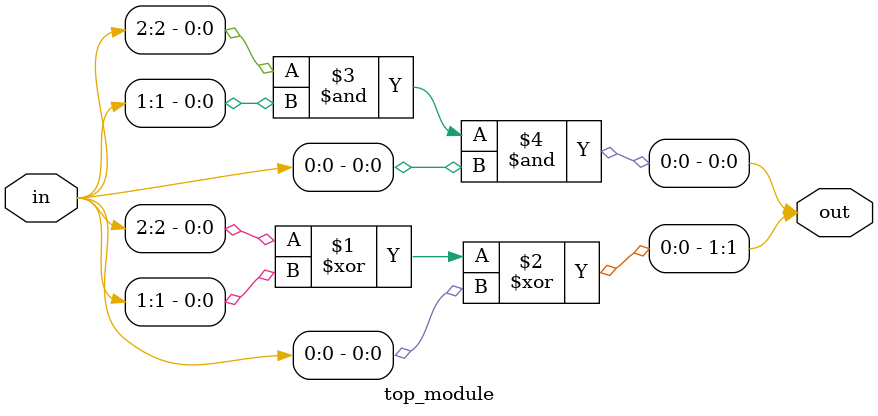
<source format=sv>
module top_module (
	input [2:0] in,
	output [1:0] out
);
	assign out[1] = in[2] ^ in[1] ^ in[0];   // Perform XOR gate operation on all bits of the input
	assign out[0] = in[2] & in[1] & in[0];   // Perform AND gate operation on all bits of the input
endmodule

</source>
